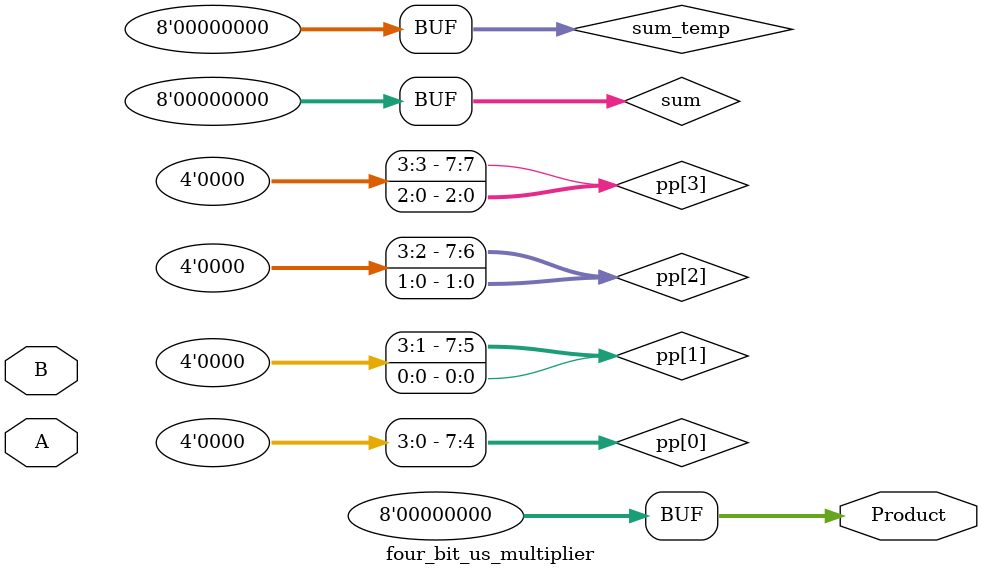
<source format=sv>
module four_bit_us_multiplier(
    input logic [3:0] A,B, //4-bit input. in this case B used as a multiplier.
    output logic [7:0] Product // output of the multiplier
);

//bulding the partial products
logic [7:0] pp [3:0]; //declaration of an array to store partial products(pp)

assign pp[0] = {4'b0, (A & {4{B[0]}})}; //multiply the first bit of the B with A. Also no shift. padded with four '0' after MSB.
assign pp[1] = {3'b0, (A & {4{B[1]}}), 1'b0}; // multiply the second bit of the B with A. shift left by 1 position and padded with one '0'. padded with three '0' after MSB.
assign pp[2] = {2'b0, (A & {4{B[2]}}), 2'b0}; //  multiply the third bit of the B with A. shift left by 2 positions and padded with two '0'. padded with two '0' after MSB
assign pp[3] = {1'b0, (A & {4{B[3]}}), 3'b0}; //  multiply the fourth bit of the B with A. shift left by 3 positions and padded with three '0'. padded with one '0' after MSB


//creating variable for get the summation of the each adder
logic [7:0] sum;
logic [7:0] sum_temp;
logic carry_wire; 

assign sum = 8'b0; //initialising the sum to 0

//to get the product, sending all partial product through four eight bit adders.
genvar i;
generate
//below loop run 4 times creating for adders to get the final product
    for (i = 0; i < 4; i = i+1) begin : Adder
    eight_bit_adder adder_inst(
        .A(sum),
        .B(pp[i]),
        .Cin(1'b0), //carry in of each adder should be zero
        .Sum(sum_temp),
        .Cout(carry_wire)
        );

        //updating the tempory sum value to the sum
        /* assign sum = sum_temp;*/
        if (i==0) begin 
            assign sum = sum_temp;
        end else begin 
            assign sum = sum_temp;
        end
    end
endgenerate

//sum value after the fouh iteration is equal to th efinal product
//therefore assigning the last sum value to the product
assign Product = sum;

endmodule
</source>
